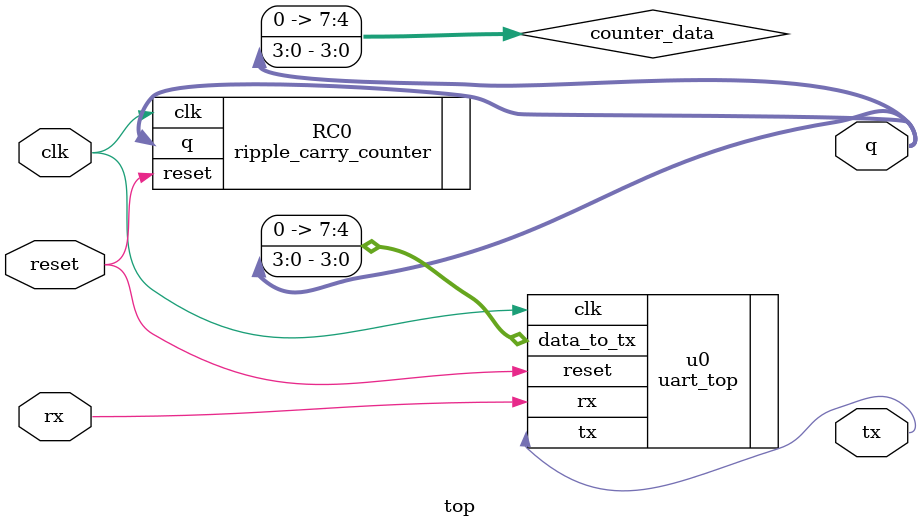
<source format=v>
module top
(
    input clk, reset,
    input rx,
    output [3:0]q,
    output tx
);
	 wire [7:0]counter_data; 
    assign counter_data = {4'b0000, q};

    //Instantiating ripple_carry_counter module
    ripple_carry_counter RC0
    (
       .clk(clk),
       .reset(reset),
       .q(q)
);
    
      
    //Instantiation of uart_top module
    uart_top u0
    (
      .clk(clk),
      .reset(reset),
      .data_to_tx(counter_data),
      .rx(rx),
      .tx(tx)
);
    
endmodule
    
</source>
